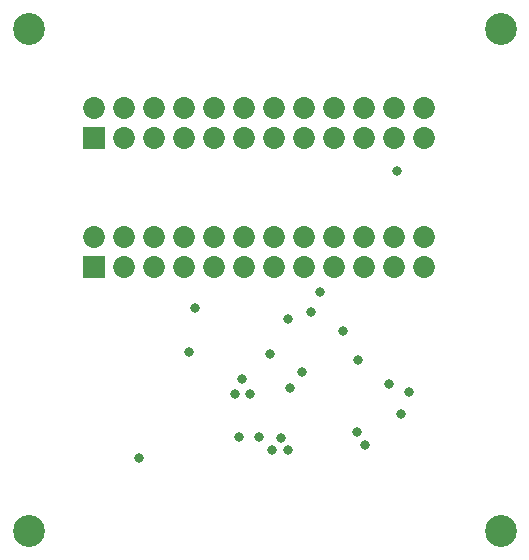
<source format=gbr>
%TF.GenerationSoftware,Altium Limited,Altium Designer,23.2.1 (34)*%
G04 Layer_Color=16711935*
%FSLAX45Y45*%
%MOMM*%
%TF.SameCoordinates,7D16A08E-AD26-414A-B05A-F9FA4662990C*%
%TF.FilePolarity,Negative*%
%TF.FileFunction,Soldermask,Bot*%
%TF.Part,Single*%
G01*
G75*
%TA.AperFunction,ComponentPad*%
%ADD17C,1.85320*%
%ADD18R,1.85320X1.85320*%
%TA.AperFunction,ViaPad*%
%ADD19C,2.70320*%
%ADD20C,0.80320*%
D17*
X6097006Y6332382D02*
D03*
X5843006D02*
D03*
X6097006Y6078382D02*
D03*
X5843006D02*
D03*
X5335006Y6332382D02*
D03*
Y6078382D02*
D03*
X4827006Y6332382D02*
D03*
Y6078382D02*
D03*
X4065006Y6332382D02*
D03*
Y6078382D02*
D03*
X3811006Y6332382D02*
D03*
Y6078382D02*
D03*
X3303006Y6332382D02*
D03*
X3557006Y6078382D02*
D03*
Y6332382D02*
D03*
X4319006Y6078382D02*
D03*
Y6332382D02*
D03*
X4573006Y6078382D02*
D03*
Y6332382D02*
D03*
X5081006Y6078382D02*
D03*
Y6332382D02*
D03*
X5589006Y6078382D02*
D03*
Y6332382D02*
D03*
X6097001Y5232374D02*
D03*
X5843001D02*
D03*
X6097001Y4978374D02*
D03*
X5843001D02*
D03*
X5335001Y5232374D02*
D03*
Y4978374D02*
D03*
X4827001Y5232374D02*
D03*
Y4978374D02*
D03*
X4065001Y5232374D02*
D03*
Y4978374D02*
D03*
X3811001Y5232374D02*
D03*
Y4978374D02*
D03*
X3303001Y5232374D02*
D03*
X3557001Y4978374D02*
D03*
Y5232374D02*
D03*
X4319001Y4978374D02*
D03*
Y5232374D02*
D03*
X4573001Y4978374D02*
D03*
Y5232374D02*
D03*
X5081001Y4978374D02*
D03*
Y5232374D02*
D03*
X5589001Y4978374D02*
D03*
Y5232374D02*
D03*
D18*
X3303006Y6078382D02*
D03*
X3303001Y4978374D02*
D03*
D19*
X2750000Y7000000D02*
D03*
X6750000D02*
D03*
Y2750000D02*
D03*
X2750000D02*
D03*
D20*
X5415001Y4442480D02*
D03*
X4790000Y4250000D02*
D03*
X4961231Y3954150D02*
D03*
X5140000Y4600000D02*
D03*
X4950000Y4540000D02*
D03*
X4110001Y4265380D02*
D03*
X4160001Y4635380D02*
D03*
X4500001Y3905380D02*
D03*
X4560001Y4035380D02*
D03*
X5067645Y4089282D02*
D03*
X4950001Y3435380D02*
D03*
X4886600Y3538240D02*
D03*
X4701901Y3543320D02*
D03*
X4810001Y3435380D02*
D03*
X5798673Y3988080D02*
D03*
X5970001Y3925380D02*
D03*
X4620656Y3906540D02*
D03*
X5902681Y3738900D02*
D03*
X3685261Y3368060D02*
D03*
X5869661Y5798840D02*
D03*
X5529301Y3581420D02*
D03*
X5599999Y3474740D02*
D03*
X5219421Y4770140D02*
D03*
X4528541Y3543762D02*
D03*
X5536921Y4193083D02*
D03*
%TF.MD5,03a308c62e2641672a4a045b531eb582*%
M02*

</source>
